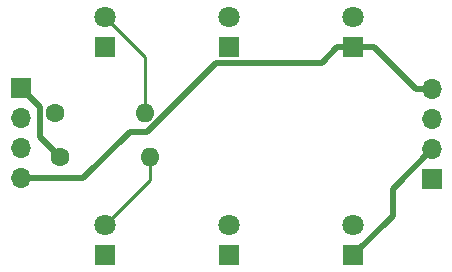
<source format=gbr>
G04 #@! TF.GenerationSoftware,KiCad,Pcbnew,(5.1.5-0-10_14)*
G04 #@! TF.CreationDate,2020-06-22T06:00:13+10:00*
G04 #@! TF.ProjectId,LED_Downlight,4c45445f-446f-4776-9e6c-696768742e6b,rev?*
G04 #@! TF.SameCoordinates,Original*
G04 #@! TF.FileFunction,Copper,L2,Bot*
G04 #@! TF.FilePolarity,Positive*
%FSLAX46Y46*%
G04 Gerber Fmt 4.6, Leading zero omitted, Abs format (unit mm)*
G04 Created by KiCad (PCBNEW (5.1.5-0-10_14)) date 2020-06-22 06:00:13*
%MOMM*%
%LPD*%
G04 APERTURE LIST*
%ADD10O,1.600000X1.600000*%
%ADD11C,1.600000*%
%ADD12O,1.700000X1.700000*%
%ADD13R,1.700000X1.700000*%
%ADD14C,1.800000*%
%ADD15R,1.800000X1.800000*%
%ADD16C,0.250000*%
%ADD17C,0.500000*%
G04 APERTURE END LIST*
D10*
X186570000Y-57840000D03*
D11*
X178950000Y-57840000D03*
D10*
X186950000Y-61630000D03*
D11*
X179330000Y-61630000D03*
D12*
X210820000Y-55880000D03*
X210820000Y-58420000D03*
X210820000Y-60960000D03*
D13*
X210820000Y-63500000D03*
D12*
X176022000Y-63400000D03*
X176022000Y-60860000D03*
X176022000Y-58320000D03*
D13*
X176022000Y-55780000D03*
D14*
X204180000Y-49750000D03*
D15*
X204180000Y-52290000D03*
D14*
X193675000Y-49750000D03*
D15*
X193675000Y-52290000D03*
D14*
X183170000Y-49750000D03*
D15*
X183170000Y-52290000D03*
D14*
X204180000Y-67350000D03*
D15*
X204180000Y-69890000D03*
D14*
X193675000Y-67350000D03*
D15*
X193675000Y-69890000D03*
D14*
X183170000Y-67350000D03*
D15*
X183170000Y-69890000D03*
D16*
X183170000Y-67350000D02*
X186950000Y-63570000D01*
X186950000Y-63570000D02*
X186950000Y-61630000D01*
X183170000Y-49750000D02*
X186570000Y-53150000D01*
X186570000Y-53150000D02*
X186570000Y-57840000D01*
D17*
X204180000Y-69890000D02*
X207510000Y-66560000D01*
X207510000Y-66560000D02*
X207510000Y-64270000D01*
X207510000Y-64270000D02*
X210820000Y-60960000D01*
X202829700Y-52290000D02*
X201479400Y-53640300D01*
X201479400Y-53640300D02*
X192538100Y-53640300D01*
X192538100Y-53640300D02*
X186717100Y-59461300D01*
X186717100Y-59461300D02*
X185231300Y-59461300D01*
X185231300Y-59461300D02*
X181292600Y-63400000D01*
X181292600Y-63400000D02*
X176022000Y-63400000D01*
X204180000Y-52290000D02*
X202829700Y-52290000D01*
X210820000Y-55880000D02*
X209519700Y-55880000D01*
X204180000Y-52290000D02*
X205929700Y-52290000D01*
X205929700Y-52290000D02*
X209519700Y-55880000D01*
X176022000Y-55780000D02*
X177650500Y-57408500D01*
X177650500Y-57408500D02*
X177650500Y-59950500D01*
X177650500Y-59950500D02*
X179330000Y-61630000D01*
M02*

</source>
